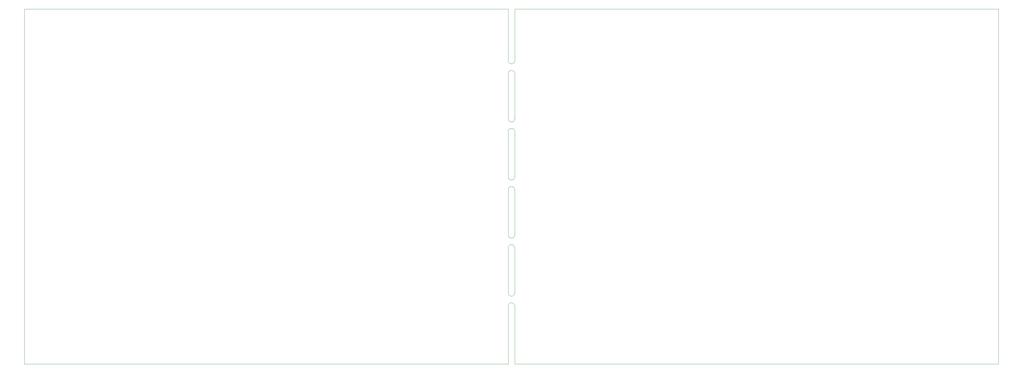
<source format=gm1>
%TF.GenerationSoftware,KiCad,Pcbnew,(6.0.6-0)*%
%TF.CreationDate,2022-10-25T16:41:22+01:00*%
%TF.ProjectId,strata,73747261-7461-42e6-9b69-6361645f7063,r01*%
%TF.SameCoordinates,Original*%
%TF.FileFunction,Profile,NP*%
%FSLAX46Y46*%
G04 Gerber Fmt 4.6, Leading zero omitted, Abs format (unit mm)*
G04 Created by KiCad (PCBNEW (6.0.6-0)) date 2022-10-25 16:41:22*
%MOMM*%
%LPD*%
G01*
G04 APERTURE LIST*
%TA.AperFunction,Profile*%
%ADD10C,0.050000*%
%TD*%
G04 APERTURE END LIST*
D10*
X32000000Y-144500000D02*
X32000000Y-34500000D01*
X182000000Y-144500000D02*
X32000000Y-144500000D01*
X334000000Y-34500000D02*
X334000000Y-144500000D01*
X184000000Y-72500000D02*
X184000000Y-86500000D01*
X182000000Y-72500000D02*
X182000000Y-86500000D01*
X182000000Y-90500000D02*
X182000000Y-104500000D01*
X184000000Y-54500000D02*
X184000000Y-68500000D01*
X184000000Y-34500000D02*
X184000000Y-50500000D01*
X184000000Y-108500000D02*
X184000000Y-122500000D01*
X182000000Y-34500000D02*
X182000000Y-50500000D01*
X184000000Y-126500000D02*
X184000000Y-144500000D01*
X334000000Y-144500000D02*
X184000000Y-144500000D01*
X32000000Y-34500000D02*
X182000000Y-34500000D01*
X182000000Y-126500000D02*
X182000000Y-144500000D01*
X182000000Y-108500000D02*
X182000000Y-122500000D01*
X182000000Y-54500000D02*
X182000000Y-68500000D01*
X184000000Y-34500000D02*
X334000000Y-34500000D01*
X184000000Y-90500000D02*
X184000000Y-104500000D01*
%TO.C,mouse-bite-2mm-slot*%
X182000000Y-68500000D02*
G75*
G03*
X184000000Y-68500000I1000000J0D01*
G01*
X184000000Y-72500000D02*
G75*
G03*
X182000000Y-72500000I-1000000J0D01*
G01*
X184000000Y-108500000D02*
G75*
G03*
X182000000Y-108500000I-1000000J0D01*
G01*
X182000000Y-104500000D02*
G75*
G03*
X184000000Y-104500000I1000000J0D01*
G01*
X182000000Y-86500000D02*
G75*
G03*
X184000000Y-86500000I1000000J0D01*
G01*
X184000000Y-90500000D02*
G75*
G03*
X182000000Y-90500000I-1000000J0D01*
G01*
X182000000Y-122500000D02*
G75*
G03*
X184000000Y-122500000I1000000J0D01*
G01*
X184000000Y-126500000D02*
G75*
G03*
X182000000Y-126500000I-1000000J0D01*
G01*
X182000000Y-50500000D02*
G75*
G03*
X184000000Y-50500000I1000000J0D01*
G01*
X184000000Y-54500000D02*
G75*
G03*
X182000000Y-54500000I-1000000J0D01*
G01*
%TD*%
M02*

</source>
